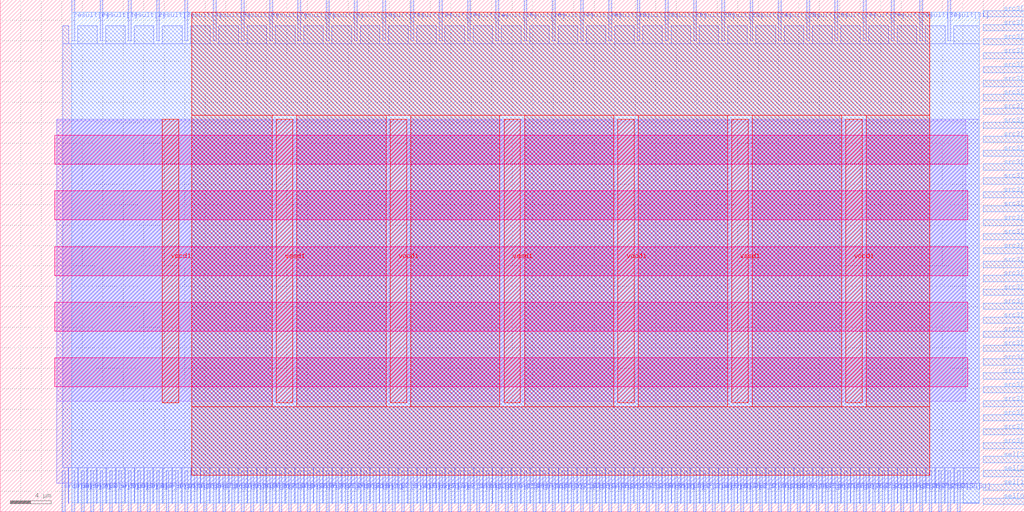
<source format=lef>
VERSION 5.7 ;
  NOWIREEXTENSIONATPIN ON ;
  DIVIDERCHAR "/" ;
  BUSBITCHARS "[]" ;
MACRO SEL_PRI_32x4
  CLASS BLOCK ;
  FOREIGN SEL_PRI_32x4 ;
  ORIGIN 0.000 0.000 ;
  SIZE 100.000 BY 50.000 ;
  PIN result[0]
    DIRECTION OUTPUT TRISTATE ;
    USE SIGNAL ;
    PORT
      LAYER met2 ;
        RECT 6.990 46.000 7.270 50.000 ;
    END
  END result[0]
  PIN result[10]
    DIRECTION OUTPUT TRISTATE ;
    USE SIGNAL ;
    PORT
      LAYER met2 ;
        RECT 34.590 46.000 34.870 50.000 ;
    END
  END result[10]
  PIN result[11]
    DIRECTION OUTPUT TRISTATE ;
    USE SIGNAL ;
    PORT
      LAYER met2 ;
        RECT 37.350 46.000 37.630 50.000 ;
    END
  END result[11]
  PIN result[12]
    DIRECTION OUTPUT TRISTATE ;
    USE SIGNAL ;
    PORT
      LAYER met2 ;
        RECT 40.110 46.000 40.390 50.000 ;
    END
  END result[12]
  PIN result[13]
    DIRECTION OUTPUT TRISTATE ;
    USE SIGNAL ;
    PORT
      LAYER met2 ;
        RECT 42.870 46.000 43.150 50.000 ;
    END
  END result[13]
  PIN result[14]
    DIRECTION OUTPUT TRISTATE ;
    USE SIGNAL ;
    PORT
      LAYER met2 ;
        RECT 45.630 46.000 45.910 50.000 ;
    END
  END result[14]
  PIN result[15]
    DIRECTION OUTPUT TRISTATE ;
    USE SIGNAL ;
    PORT
      LAYER met2 ;
        RECT 48.390 46.000 48.670 50.000 ;
    END
  END result[15]
  PIN result[16]
    DIRECTION OUTPUT TRISTATE ;
    USE SIGNAL ;
    PORT
      LAYER met2 ;
        RECT 51.150 46.000 51.430 50.000 ;
    END
  END result[16]
  PIN result[17]
    DIRECTION OUTPUT TRISTATE ;
    USE SIGNAL ;
    PORT
      LAYER met2 ;
        RECT 53.910 46.000 54.190 50.000 ;
    END
  END result[17]
  PIN result[18]
    DIRECTION OUTPUT TRISTATE ;
    USE SIGNAL ;
    PORT
      LAYER met2 ;
        RECT 56.670 46.000 56.950 50.000 ;
    END
  END result[18]
  PIN result[19]
    DIRECTION OUTPUT TRISTATE ;
    USE SIGNAL ;
    PORT
      LAYER met2 ;
        RECT 59.430 46.000 59.710 50.000 ;
    END
  END result[19]
  PIN result[1]
    DIRECTION OUTPUT TRISTATE ;
    USE SIGNAL ;
    PORT
      LAYER met2 ;
        RECT 9.750 46.000 10.030 50.000 ;
    END
  END result[1]
  PIN result[20]
    DIRECTION OUTPUT TRISTATE ;
    USE SIGNAL ;
    PORT
      LAYER met2 ;
        RECT 62.190 46.000 62.470 50.000 ;
    END
  END result[20]
  PIN result[21]
    DIRECTION OUTPUT TRISTATE ;
    USE SIGNAL ;
    PORT
      LAYER met2 ;
        RECT 64.950 46.000 65.230 50.000 ;
    END
  END result[21]
  PIN result[22]
    DIRECTION OUTPUT TRISTATE ;
    USE SIGNAL ;
    PORT
      LAYER met2 ;
        RECT 67.710 46.000 67.990 50.000 ;
    END
  END result[22]
  PIN result[23]
    DIRECTION OUTPUT TRISTATE ;
    USE SIGNAL ;
    PORT
      LAYER met2 ;
        RECT 70.470 46.000 70.750 50.000 ;
    END
  END result[23]
  PIN result[24]
    DIRECTION OUTPUT TRISTATE ;
    USE SIGNAL ;
    PORT
      LAYER met2 ;
        RECT 73.230 46.000 73.510 50.000 ;
    END
  END result[24]
  PIN result[25]
    DIRECTION OUTPUT TRISTATE ;
    USE SIGNAL ;
    PORT
      LAYER met2 ;
        RECT 75.990 46.000 76.270 50.000 ;
    END
  END result[25]
  PIN result[26]
    DIRECTION OUTPUT TRISTATE ;
    USE SIGNAL ;
    PORT
      LAYER met2 ;
        RECT 78.750 46.000 79.030 50.000 ;
    END
  END result[26]
  PIN result[27]
    DIRECTION OUTPUT TRISTATE ;
    USE SIGNAL ;
    PORT
      LAYER met2 ;
        RECT 81.510 46.000 81.790 50.000 ;
    END
  END result[27]
  PIN result[28]
    DIRECTION OUTPUT TRISTATE ;
    USE SIGNAL ;
    PORT
      LAYER met2 ;
        RECT 84.270 46.000 84.550 50.000 ;
    END
  END result[28]
  PIN result[29]
    DIRECTION OUTPUT TRISTATE ;
    USE SIGNAL ;
    PORT
      LAYER met2 ;
        RECT 87.030 46.000 87.310 50.000 ;
    END
  END result[29]
  PIN result[2]
    DIRECTION OUTPUT TRISTATE ;
    USE SIGNAL ;
    PORT
      LAYER met2 ;
        RECT 12.510 46.000 12.790 50.000 ;
    END
  END result[2]
  PIN result[30]
    DIRECTION OUTPUT TRISTATE ;
    USE SIGNAL ;
    PORT
      LAYER met2 ;
        RECT 89.790 46.000 90.070 50.000 ;
    END
  END result[30]
  PIN result[31]
    DIRECTION OUTPUT TRISTATE ;
    USE SIGNAL ;
    PORT
      LAYER met2 ;
        RECT 92.550 46.000 92.830 50.000 ;
    END
  END result[31]
  PIN result[3]
    DIRECTION OUTPUT TRISTATE ;
    USE SIGNAL ;
    PORT
      LAYER met2 ;
        RECT 15.270 46.000 15.550 50.000 ;
    END
  END result[3]
  PIN result[4]
    DIRECTION OUTPUT TRISTATE ;
    USE SIGNAL ;
    PORT
      LAYER met2 ;
        RECT 18.030 46.000 18.310 50.000 ;
    END
  END result[4]
  PIN result[5]
    DIRECTION OUTPUT TRISTATE ;
    USE SIGNAL ;
    PORT
      LAYER met2 ;
        RECT 20.790 46.000 21.070 50.000 ;
    END
  END result[5]
  PIN result[6]
    DIRECTION OUTPUT TRISTATE ;
    USE SIGNAL ;
    PORT
      LAYER met2 ;
        RECT 23.550 46.000 23.830 50.000 ;
    END
  END result[6]
  PIN result[7]
    DIRECTION OUTPUT TRISTATE ;
    USE SIGNAL ;
    PORT
      LAYER met2 ;
        RECT 26.310 46.000 26.590 50.000 ;
    END
  END result[7]
  PIN result[8]
    DIRECTION OUTPUT TRISTATE ;
    USE SIGNAL ;
    PORT
      LAYER met2 ;
        RECT 29.070 46.000 29.350 50.000 ;
    END
  END result[8]
  PIN result[9]
    DIRECTION OUTPUT TRISTATE ;
    USE SIGNAL ;
    PORT
      LAYER met2 ;
        RECT 31.830 46.000 32.110 50.000 ;
    END
  END result[9]
  PIN sel[0]
    DIRECTION INPUT ;
    USE SIGNAL ;
    PORT
      LAYER met3 ;
        RECT 96.000 0.720 100.000 1.320 ;
    END
  END sel[0]
  PIN sel[1]
    DIRECTION INPUT ;
    USE SIGNAL ;
    PORT
      LAYER met3 ;
        RECT 96.000 2.080 100.000 2.680 ;
    END
  END sel[1]
  PIN sel[2]
    DIRECTION INPUT ;
    USE SIGNAL ;
    PORT
      LAYER met3 ;
        RECT 96.000 3.440 100.000 4.040 ;
    END
  END sel[2]
  PIN sel[3]
    DIRECTION INPUT ;
    USE SIGNAL ;
    PORT
      LAYER met3 ;
        RECT 96.000 4.800 100.000 5.400 ;
    END
  END sel[3]
  PIN src0[0]
    DIRECTION INPUT ;
    USE SIGNAL ;
    PORT
      LAYER met2 ;
        RECT 6.070 0.000 6.350 4.000 ;
    END
  END src0[0]
  PIN src0[10]
    DIRECTION INPUT ;
    USE SIGNAL ;
    PORT
      LAYER met2 ;
        RECT 15.270 0.000 15.550 4.000 ;
    END
  END src0[10]
  PIN src0[11]
    DIRECTION INPUT ;
    USE SIGNAL ;
    PORT
      LAYER met2 ;
        RECT 16.190 0.000 16.470 4.000 ;
    END
  END src0[11]
  PIN src0[12]
    DIRECTION INPUT ;
    USE SIGNAL ;
    PORT
      LAYER met2 ;
        RECT 17.110 0.000 17.390 4.000 ;
    END
  END src0[12]
  PIN src0[13]
    DIRECTION INPUT ;
    USE SIGNAL ;
    PORT
      LAYER met2 ;
        RECT 18.030 0.000 18.310 4.000 ;
    END
  END src0[13]
  PIN src0[14]
    DIRECTION INPUT ;
    USE SIGNAL ;
    PORT
      LAYER met2 ;
        RECT 18.950 0.000 19.230 4.000 ;
    END
  END src0[14]
  PIN src0[15]
    DIRECTION INPUT ;
    USE SIGNAL ;
    PORT
      LAYER met2 ;
        RECT 19.870 0.000 20.150 4.000 ;
    END
  END src0[15]
  PIN src0[16]
    DIRECTION INPUT ;
    USE SIGNAL ;
    PORT
      LAYER met2 ;
        RECT 20.790 0.000 21.070 4.000 ;
    END
  END src0[16]
  PIN src0[17]
    DIRECTION INPUT ;
    USE SIGNAL ;
    PORT
      LAYER met2 ;
        RECT 21.710 0.000 21.990 4.000 ;
    END
  END src0[17]
  PIN src0[18]
    DIRECTION INPUT ;
    USE SIGNAL ;
    PORT
      LAYER met2 ;
        RECT 22.630 0.000 22.910 4.000 ;
    END
  END src0[18]
  PIN src0[19]
    DIRECTION INPUT ;
    USE SIGNAL ;
    PORT
      LAYER met2 ;
        RECT 23.550 0.000 23.830 4.000 ;
    END
  END src0[19]
  PIN src0[1]
    DIRECTION INPUT ;
    USE SIGNAL ;
    PORT
      LAYER met2 ;
        RECT 6.990 0.000 7.270 4.000 ;
    END
  END src0[1]
  PIN src0[20]
    DIRECTION INPUT ;
    USE SIGNAL ;
    PORT
      LAYER met2 ;
        RECT 24.470 0.000 24.750 4.000 ;
    END
  END src0[20]
  PIN src0[21]
    DIRECTION INPUT ;
    USE SIGNAL ;
    PORT
      LAYER met2 ;
        RECT 25.390 0.000 25.670 4.000 ;
    END
  END src0[21]
  PIN src0[22]
    DIRECTION INPUT ;
    USE SIGNAL ;
    PORT
      LAYER met2 ;
        RECT 26.310 0.000 26.590 4.000 ;
    END
  END src0[22]
  PIN src0[23]
    DIRECTION INPUT ;
    USE SIGNAL ;
    PORT
      LAYER met2 ;
        RECT 27.230 0.000 27.510 4.000 ;
    END
  END src0[23]
  PIN src0[24]
    DIRECTION INPUT ;
    USE SIGNAL ;
    PORT
      LAYER met2 ;
        RECT 28.150 0.000 28.430 4.000 ;
    END
  END src0[24]
  PIN src0[25]
    DIRECTION INPUT ;
    USE SIGNAL ;
    PORT
      LAYER met2 ;
        RECT 29.070 0.000 29.350 4.000 ;
    END
  END src0[25]
  PIN src0[26]
    DIRECTION INPUT ;
    USE SIGNAL ;
    PORT
      LAYER met2 ;
        RECT 29.990 0.000 30.270 4.000 ;
    END
  END src0[26]
  PIN src0[27]
    DIRECTION INPUT ;
    USE SIGNAL ;
    PORT
      LAYER met2 ;
        RECT 30.910 0.000 31.190 4.000 ;
    END
  END src0[27]
  PIN src0[28]
    DIRECTION INPUT ;
    USE SIGNAL ;
    PORT
      LAYER met2 ;
        RECT 31.830 0.000 32.110 4.000 ;
    END
  END src0[28]
  PIN src0[29]
    DIRECTION INPUT ;
    USE SIGNAL ;
    PORT
      LAYER met2 ;
        RECT 32.750 0.000 33.030 4.000 ;
    END
  END src0[29]
  PIN src0[2]
    DIRECTION INPUT ;
    USE SIGNAL ;
    PORT
      LAYER met2 ;
        RECT 7.910 0.000 8.190 4.000 ;
    END
  END src0[2]
  PIN src0[30]
    DIRECTION INPUT ;
    USE SIGNAL ;
    PORT
      LAYER met2 ;
        RECT 33.670 0.000 33.950 4.000 ;
    END
  END src0[30]
  PIN src0[31]
    DIRECTION INPUT ;
    USE SIGNAL ;
    PORT
      LAYER met2 ;
        RECT 34.590 0.000 34.870 4.000 ;
    END
  END src0[31]
  PIN src0[3]
    DIRECTION INPUT ;
    USE SIGNAL ;
    PORT
      LAYER met2 ;
        RECT 8.830 0.000 9.110 4.000 ;
    END
  END src0[3]
  PIN src0[4]
    DIRECTION INPUT ;
    USE SIGNAL ;
    PORT
      LAYER met2 ;
        RECT 9.750 0.000 10.030 4.000 ;
    END
  END src0[4]
  PIN src0[5]
    DIRECTION INPUT ;
    USE SIGNAL ;
    PORT
      LAYER met2 ;
        RECT 10.670 0.000 10.950 4.000 ;
    END
  END src0[5]
  PIN src0[6]
    DIRECTION INPUT ;
    USE SIGNAL ;
    PORT
      LAYER met2 ;
        RECT 11.590 0.000 11.870 4.000 ;
    END
  END src0[6]
  PIN src0[7]
    DIRECTION INPUT ;
    USE SIGNAL ;
    PORT
      LAYER met2 ;
        RECT 12.510 0.000 12.790 4.000 ;
    END
  END src0[7]
  PIN src0[8]
    DIRECTION INPUT ;
    USE SIGNAL ;
    PORT
      LAYER met2 ;
        RECT 13.430 0.000 13.710 4.000 ;
    END
  END src0[8]
  PIN src0[9]
    DIRECTION INPUT ;
    USE SIGNAL ;
    PORT
      LAYER met2 ;
        RECT 14.350 0.000 14.630 4.000 ;
    END
  END src0[9]
  PIN src1[0]
    DIRECTION INPUT ;
    USE SIGNAL ;
    PORT
      LAYER met2 ;
        RECT 35.510 0.000 35.790 4.000 ;
    END
  END src1[0]
  PIN src1[10]
    DIRECTION INPUT ;
    USE SIGNAL ;
    PORT
      LAYER met2 ;
        RECT 44.710 0.000 44.990 4.000 ;
    END
  END src1[10]
  PIN src1[11]
    DIRECTION INPUT ;
    USE SIGNAL ;
    PORT
      LAYER met2 ;
        RECT 45.630 0.000 45.910 4.000 ;
    END
  END src1[11]
  PIN src1[12]
    DIRECTION INPUT ;
    USE SIGNAL ;
    PORT
      LAYER met2 ;
        RECT 46.550 0.000 46.830 4.000 ;
    END
  END src1[12]
  PIN src1[13]
    DIRECTION INPUT ;
    USE SIGNAL ;
    PORT
      LAYER met2 ;
        RECT 47.470 0.000 47.750 4.000 ;
    END
  END src1[13]
  PIN src1[14]
    DIRECTION INPUT ;
    USE SIGNAL ;
    PORT
      LAYER met2 ;
        RECT 48.390 0.000 48.670 4.000 ;
    END
  END src1[14]
  PIN src1[15]
    DIRECTION INPUT ;
    USE SIGNAL ;
    PORT
      LAYER met2 ;
        RECT 49.310 0.000 49.590 4.000 ;
    END
  END src1[15]
  PIN src1[16]
    DIRECTION INPUT ;
    USE SIGNAL ;
    PORT
      LAYER met2 ;
        RECT 50.230 0.000 50.510 4.000 ;
    END
  END src1[16]
  PIN src1[17]
    DIRECTION INPUT ;
    USE SIGNAL ;
    PORT
      LAYER met2 ;
        RECT 51.150 0.000 51.430 4.000 ;
    END
  END src1[17]
  PIN src1[18]
    DIRECTION INPUT ;
    USE SIGNAL ;
    PORT
      LAYER met2 ;
        RECT 52.070 0.000 52.350 4.000 ;
    END
  END src1[18]
  PIN src1[19]
    DIRECTION INPUT ;
    USE SIGNAL ;
    PORT
      LAYER met2 ;
        RECT 52.990 0.000 53.270 4.000 ;
    END
  END src1[19]
  PIN src1[1]
    DIRECTION INPUT ;
    USE SIGNAL ;
    PORT
      LAYER met2 ;
        RECT 36.430 0.000 36.710 4.000 ;
    END
  END src1[1]
  PIN src1[20]
    DIRECTION INPUT ;
    USE SIGNAL ;
    PORT
      LAYER met2 ;
        RECT 53.910 0.000 54.190 4.000 ;
    END
  END src1[20]
  PIN src1[21]
    DIRECTION INPUT ;
    USE SIGNAL ;
    PORT
      LAYER met2 ;
        RECT 54.830 0.000 55.110 4.000 ;
    END
  END src1[21]
  PIN src1[22]
    DIRECTION INPUT ;
    USE SIGNAL ;
    PORT
      LAYER met2 ;
        RECT 55.750 0.000 56.030 4.000 ;
    END
  END src1[22]
  PIN src1[23]
    DIRECTION INPUT ;
    USE SIGNAL ;
    PORT
      LAYER met2 ;
        RECT 56.670 0.000 56.950 4.000 ;
    END
  END src1[23]
  PIN src1[24]
    DIRECTION INPUT ;
    USE SIGNAL ;
    PORT
      LAYER met2 ;
        RECT 57.590 0.000 57.870 4.000 ;
    END
  END src1[24]
  PIN src1[25]
    DIRECTION INPUT ;
    USE SIGNAL ;
    PORT
      LAYER met2 ;
        RECT 58.510 0.000 58.790 4.000 ;
    END
  END src1[25]
  PIN src1[26]
    DIRECTION INPUT ;
    USE SIGNAL ;
    PORT
      LAYER met2 ;
        RECT 59.430 0.000 59.710 4.000 ;
    END
  END src1[26]
  PIN src1[27]
    DIRECTION INPUT ;
    USE SIGNAL ;
    PORT
      LAYER met2 ;
        RECT 60.350 0.000 60.630 4.000 ;
    END
  END src1[27]
  PIN src1[28]
    DIRECTION INPUT ;
    USE SIGNAL ;
    PORT
      LAYER met2 ;
        RECT 61.270 0.000 61.550 4.000 ;
    END
  END src1[28]
  PIN src1[29]
    DIRECTION INPUT ;
    USE SIGNAL ;
    PORT
      LAYER met2 ;
        RECT 62.190 0.000 62.470 4.000 ;
    END
  END src1[29]
  PIN src1[2]
    DIRECTION INPUT ;
    USE SIGNAL ;
    PORT
      LAYER met2 ;
        RECT 37.350 0.000 37.630 4.000 ;
    END
  END src1[2]
  PIN src1[30]
    DIRECTION INPUT ;
    USE SIGNAL ;
    PORT
      LAYER met2 ;
        RECT 63.110 0.000 63.390 4.000 ;
    END
  END src1[30]
  PIN src1[31]
    DIRECTION INPUT ;
    USE SIGNAL ;
    PORT
      LAYER met2 ;
        RECT 64.030 0.000 64.310 4.000 ;
    END
  END src1[31]
  PIN src1[3]
    DIRECTION INPUT ;
    USE SIGNAL ;
    PORT
      LAYER met2 ;
        RECT 38.270 0.000 38.550 4.000 ;
    END
  END src1[3]
  PIN src1[4]
    DIRECTION INPUT ;
    USE SIGNAL ;
    PORT
      LAYER met2 ;
        RECT 39.190 0.000 39.470 4.000 ;
    END
  END src1[4]
  PIN src1[5]
    DIRECTION INPUT ;
    USE SIGNAL ;
    PORT
      LAYER met2 ;
        RECT 40.110 0.000 40.390 4.000 ;
    END
  END src1[5]
  PIN src1[6]
    DIRECTION INPUT ;
    USE SIGNAL ;
    PORT
      LAYER met2 ;
        RECT 41.030 0.000 41.310 4.000 ;
    END
  END src1[6]
  PIN src1[7]
    DIRECTION INPUT ;
    USE SIGNAL ;
    PORT
      LAYER met2 ;
        RECT 41.950 0.000 42.230 4.000 ;
    END
  END src1[7]
  PIN src1[8]
    DIRECTION INPUT ;
    USE SIGNAL ;
    PORT
      LAYER met2 ;
        RECT 42.870 0.000 43.150 4.000 ;
    END
  END src1[8]
  PIN src1[9]
    DIRECTION INPUT ;
    USE SIGNAL ;
    PORT
      LAYER met2 ;
        RECT 43.790 0.000 44.070 4.000 ;
    END
  END src1[9]
  PIN src2[0]
    DIRECTION INPUT ;
    USE SIGNAL ;
    PORT
      LAYER met2 ;
        RECT 64.950 0.000 65.230 4.000 ;
    END
  END src2[0]
  PIN src2[10]
    DIRECTION INPUT ;
    USE SIGNAL ;
    PORT
      LAYER met2 ;
        RECT 74.150 0.000 74.430 4.000 ;
    END
  END src2[10]
  PIN src2[11]
    DIRECTION INPUT ;
    USE SIGNAL ;
    PORT
      LAYER met2 ;
        RECT 75.070 0.000 75.350 4.000 ;
    END
  END src2[11]
  PIN src2[12]
    DIRECTION INPUT ;
    USE SIGNAL ;
    PORT
      LAYER met2 ;
        RECT 75.990 0.000 76.270 4.000 ;
    END
  END src2[12]
  PIN src2[13]
    DIRECTION INPUT ;
    USE SIGNAL ;
    PORT
      LAYER met2 ;
        RECT 76.910 0.000 77.190 4.000 ;
    END
  END src2[13]
  PIN src2[14]
    DIRECTION INPUT ;
    USE SIGNAL ;
    PORT
      LAYER met2 ;
        RECT 77.830 0.000 78.110 4.000 ;
    END
  END src2[14]
  PIN src2[15]
    DIRECTION INPUT ;
    USE SIGNAL ;
    PORT
      LAYER met2 ;
        RECT 78.750 0.000 79.030 4.000 ;
    END
  END src2[15]
  PIN src2[16]
    DIRECTION INPUT ;
    USE SIGNAL ;
    PORT
      LAYER met2 ;
        RECT 79.670 0.000 79.950 4.000 ;
    END
  END src2[16]
  PIN src2[17]
    DIRECTION INPUT ;
    USE SIGNAL ;
    PORT
      LAYER met2 ;
        RECT 80.590 0.000 80.870 4.000 ;
    END
  END src2[17]
  PIN src2[18]
    DIRECTION INPUT ;
    USE SIGNAL ;
    PORT
      LAYER met2 ;
        RECT 81.510 0.000 81.790 4.000 ;
    END
  END src2[18]
  PIN src2[19]
    DIRECTION INPUT ;
    USE SIGNAL ;
    PORT
      LAYER met2 ;
        RECT 82.430 0.000 82.710 4.000 ;
    END
  END src2[19]
  PIN src2[1]
    DIRECTION INPUT ;
    USE SIGNAL ;
    PORT
      LAYER met2 ;
        RECT 65.870 0.000 66.150 4.000 ;
    END
  END src2[1]
  PIN src2[20]
    DIRECTION INPUT ;
    USE SIGNAL ;
    PORT
      LAYER met2 ;
        RECT 83.350 0.000 83.630 4.000 ;
    END
  END src2[20]
  PIN src2[21]
    DIRECTION INPUT ;
    USE SIGNAL ;
    PORT
      LAYER met2 ;
        RECT 84.270 0.000 84.550 4.000 ;
    END
  END src2[21]
  PIN src2[22]
    DIRECTION INPUT ;
    USE SIGNAL ;
    PORT
      LAYER met2 ;
        RECT 85.190 0.000 85.470 4.000 ;
    END
  END src2[22]
  PIN src2[23]
    DIRECTION INPUT ;
    USE SIGNAL ;
    PORT
      LAYER met2 ;
        RECT 86.110 0.000 86.390 4.000 ;
    END
  END src2[23]
  PIN src2[24]
    DIRECTION INPUT ;
    USE SIGNAL ;
    PORT
      LAYER met2 ;
        RECT 87.030 0.000 87.310 4.000 ;
    END
  END src2[24]
  PIN src2[25]
    DIRECTION INPUT ;
    USE SIGNAL ;
    PORT
      LAYER met2 ;
        RECT 87.950 0.000 88.230 4.000 ;
    END
  END src2[25]
  PIN src2[26]
    DIRECTION INPUT ;
    USE SIGNAL ;
    PORT
      LAYER met2 ;
        RECT 88.870 0.000 89.150 4.000 ;
    END
  END src2[26]
  PIN src2[27]
    DIRECTION INPUT ;
    USE SIGNAL ;
    PORT
      LAYER met2 ;
        RECT 89.790 0.000 90.070 4.000 ;
    END
  END src2[27]
  PIN src2[28]
    DIRECTION INPUT ;
    USE SIGNAL ;
    PORT
      LAYER met2 ;
        RECT 90.710 0.000 90.990 4.000 ;
    END
  END src2[28]
  PIN src2[29]
    DIRECTION INPUT ;
    USE SIGNAL ;
    PORT
      LAYER met2 ;
        RECT 91.630 0.000 91.910 4.000 ;
    END
  END src2[29]
  PIN src2[2]
    DIRECTION INPUT ;
    USE SIGNAL ;
    PORT
      LAYER met2 ;
        RECT 66.790 0.000 67.070 4.000 ;
    END
  END src2[2]
  PIN src2[30]
    DIRECTION INPUT ;
    USE SIGNAL ;
    PORT
      LAYER met2 ;
        RECT 92.550 0.000 92.830 4.000 ;
    END
  END src2[30]
  PIN src2[31]
    DIRECTION INPUT ;
    USE SIGNAL ;
    PORT
      LAYER met2 ;
        RECT 93.470 0.000 93.750 4.000 ;
    END
  END src2[31]
  PIN src2[3]
    DIRECTION INPUT ;
    USE SIGNAL ;
    PORT
      LAYER met2 ;
        RECT 67.710 0.000 67.990 4.000 ;
    END
  END src2[3]
  PIN src2[4]
    DIRECTION INPUT ;
    USE SIGNAL ;
    PORT
      LAYER met2 ;
        RECT 68.630 0.000 68.910 4.000 ;
    END
  END src2[4]
  PIN src2[5]
    DIRECTION INPUT ;
    USE SIGNAL ;
    PORT
      LAYER met2 ;
        RECT 69.550 0.000 69.830 4.000 ;
    END
  END src2[5]
  PIN src2[6]
    DIRECTION INPUT ;
    USE SIGNAL ;
    PORT
      LAYER met2 ;
        RECT 70.470 0.000 70.750 4.000 ;
    END
  END src2[6]
  PIN src2[7]
    DIRECTION INPUT ;
    USE SIGNAL ;
    PORT
      LAYER met2 ;
        RECT 71.390 0.000 71.670 4.000 ;
    END
  END src2[7]
  PIN src2[8]
    DIRECTION INPUT ;
    USE SIGNAL ;
    PORT
      LAYER met2 ;
        RECT 72.310 0.000 72.590 4.000 ;
    END
  END src2[8]
  PIN src2[9]
    DIRECTION INPUT ;
    USE SIGNAL ;
    PORT
      LAYER met2 ;
        RECT 73.230 0.000 73.510 4.000 ;
    END
  END src2[9]
  PIN src3[0]
    DIRECTION INPUT ;
    USE SIGNAL ;
    PORT
      LAYER met3 ;
        RECT 96.000 6.160 100.000 6.760 ;
    END
  END src3[0]
  PIN src3[10]
    DIRECTION INPUT ;
    USE SIGNAL ;
    PORT
      LAYER met3 ;
        RECT 96.000 19.760 100.000 20.360 ;
    END
  END src3[10]
  PIN src3[11]
    DIRECTION INPUT ;
    USE SIGNAL ;
    PORT
      LAYER met3 ;
        RECT 96.000 21.120 100.000 21.720 ;
    END
  END src3[11]
  PIN src3[12]
    DIRECTION INPUT ;
    USE SIGNAL ;
    PORT
      LAYER met3 ;
        RECT 96.000 22.480 100.000 23.080 ;
    END
  END src3[12]
  PIN src3[13]
    DIRECTION INPUT ;
    USE SIGNAL ;
    PORT
      LAYER met3 ;
        RECT 96.000 23.840 100.000 24.440 ;
    END
  END src3[13]
  PIN src3[14]
    DIRECTION INPUT ;
    USE SIGNAL ;
    PORT
      LAYER met3 ;
        RECT 96.000 25.200 100.000 25.800 ;
    END
  END src3[14]
  PIN src3[15]
    DIRECTION INPUT ;
    USE SIGNAL ;
    PORT
      LAYER met3 ;
        RECT 96.000 26.560 100.000 27.160 ;
    END
  END src3[15]
  PIN src3[16]
    DIRECTION INPUT ;
    USE SIGNAL ;
    PORT
      LAYER met3 ;
        RECT 96.000 27.920 100.000 28.520 ;
    END
  END src3[16]
  PIN src3[17]
    DIRECTION INPUT ;
    USE SIGNAL ;
    PORT
      LAYER met3 ;
        RECT 96.000 29.280 100.000 29.880 ;
    END
  END src3[17]
  PIN src3[18]
    DIRECTION INPUT ;
    USE SIGNAL ;
    PORT
      LAYER met3 ;
        RECT 96.000 30.640 100.000 31.240 ;
    END
  END src3[18]
  PIN src3[19]
    DIRECTION INPUT ;
    USE SIGNAL ;
    PORT
      LAYER met3 ;
        RECT 96.000 32.000 100.000 32.600 ;
    END
  END src3[19]
  PIN src3[1]
    DIRECTION INPUT ;
    USE SIGNAL ;
    PORT
      LAYER met3 ;
        RECT 96.000 7.520 100.000 8.120 ;
    END
  END src3[1]
  PIN src3[20]
    DIRECTION INPUT ;
    USE SIGNAL ;
    PORT
      LAYER met3 ;
        RECT 96.000 33.360 100.000 33.960 ;
    END
  END src3[20]
  PIN src3[21]
    DIRECTION INPUT ;
    USE SIGNAL ;
    PORT
      LAYER met3 ;
        RECT 96.000 34.720 100.000 35.320 ;
    END
  END src3[21]
  PIN src3[22]
    DIRECTION INPUT ;
    USE SIGNAL ;
    PORT
      LAYER met3 ;
        RECT 96.000 36.080 100.000 36.680 ;
    END
  END src3[22]
  PIN src3[23]
    DIRECTION INPUT ;
    USE SIGNAL ;
    PORT
      LAYER met3 ;
        RECT 96.000 37.440 100.000 38.040 ;
    END
  END src3[23]
  PIN src3[24]
    DIRECTION INPUT ;
    USE SIGNAL ;
    PORT
      LAYER met3 ;
        RECT 96.000 38.800 100.000 39.400 ;
    END
  END src3[24]
  PIN src3[25]
    DIRECTION INPUT ;
    USE SIGNAL ;
    PORT
      LAYER met3 ;
        RECT 96.000 40.160 100.000 40.760 ;
    END
  END src3[25]
  PIN src3[26]
    DIRECTION INPUT ;
    USE SIGNAL ;
    PORT
      LAYER met3 ;
        RECT 96.000 41.520 100.000 42.120 ;
    END
  END src3[26]
  PIN src3[27]
    DIRECTION INPUT ;
    USE SIGNAL ;
    PORT
      LAYER met3 ;
        RECT 96.000 42.880 100.000 43.480 ;
    END
  END src3[27]
  PIN src3[28]
    DIRECTION INPUT ;
    USE SIGNAL ;
    PORT
      LAYER met3 ;
        RECT 96.000 44.240 100.000 44.840 ;
    END
  END src3[28]
  PIN src3[29]
    DIRECTION INPUT ;
    USE SIGNAL ;
    PORT
      LAYER met3 ;
        RECT 96.000 45.600 100.000 46.200 ;
    END
  END src3[29]
  PIN src3[2]
    DIRECTION INPUT ;
    USE SIGNAL ;
    PORT
      LAYER met3 ;
        RECT 96.000 8.880 100.000 9.480 ;
    END
  END src3[2]
  PIN src3[30]
    DIRECTION INPUT ;
    USE SIGNAL ;
    PORT
      LAYER met3 ;
        RECT 96.000 46.960 100.000 47.560 ;
    END
  END src3[30]
  PIN src3[31]
    DIRECTION INPUT ;
    USE SIGNAL ;
    PORT
      LAYER met3 ;
        RECT 96.000 48.320 100.000 48.920 ;
    END
  END src3[31]
  PIN src3[3]
    DIRECTION INPUT ;
    USE SIGNAL ;
    PORT
      LAYER met3 ;
        RECT 96.000 10.240 100.000 10.840 ;
    END
  END src3[3]
  PIN src3[4]
    DIRECTION INPUT ;
    USE SIGNAL ;
    PORT
      LAYER met3 ;
        RECT 96.000 11.600 100.000 12.200 ;
    END
  END src3[4]
  PIN src3[5]
    DIRECTION INPUT ;
    USE SIGNAL ;
    PORT
      LAYER met3 ;
        RECT 96.000 12.960 100.000 13.560 ;
    END
  END src3[5]
  PIN src3[6]
    DIRECTION INPUT ;
    USE SIGNAL ;
    PORT
      LAYER met3 ;
        RECT 96.000 14.320 100.000 14.920 ;
    END
  END src3[6]
  PIN src3[7]
    DIRECTION INPUT ;
    USE SIGNAL ;
    PORT
      LAYER met3 ;
        RECT 96.000 15.680 100.000 16.280 ;
    END
  END src3[7]
  PIN src3[8]
    DIRECTION INPUT ;
    USE SIGNAL ;
    PORT
      LAYER met3 ;
        RECT 96.000 17.040 100.000 17.640 ;
    END
  END src3[8]
  PIN src3[9]
    DIRECTION INPUT ;
    USE SIGNAL ;
    PORT
      LAYER met3 ;
        RECT 96.000 18.400 100.000 19.000 ;
    END
  END src3[9]
  PIN vccd1
    DIRECTION INOUT ;
    USE POWER ;
    PORT
      LAYER met4 ;
        RECT 15.840 10.640 17.440 38.320 ;
    END
    PORT
      LAYER met4 ;
        RECT 38.080 10.640 39.680 38.320 ;
    END
    PORT
      LAYER met4 ;
        RECT 60.320 10.640 61.920 38.320 ;
    END
    PORT
      LAYER met4 ;
        RECT 82.560 10.640 84.160 38.320 ;
    END
  END vccd1
  PIN vssd1
    DIRECTION INOUT ;
    USE GROUND ;
    PORT
      LAYER met4 ;
        RECT 26.960 10.640 28.560 38.320 ;
    END
    PORT
      LAYER met4 ;
        RECT 49.200 10.640 50.800 38.320 ;
    END
    PORT
      LAYER met4 ;
        RECT 71.440 10.640 73.040 38.320 ;
    END
  END vssd1
  OBS
      LAYER nwell ;
        RECT 5.330 33.945 94.490 36.775 ;
        RECT 5.330 28.505 94.490 31.335 ;
        RECT 5.330 23.065 94.490 25.895 ;
        RECT 5.330 17.625 94.490 20.455 ;
        RECT 5.330 12.185 94.490 15.015 ;
      LAYER li1 ;
        RECT 5.520 10.795 94.300 38.165 ;
      LAYER met1 ;
        RECT 5.520 2.760 95.610 38.320 ;
      LAYER met2 ;
        RECT 6.080 45.720 6.710 47.445 ;
        RECT 7.550 45.720 9.470 47.445 ;
        RECT 10.310 45.720 12.230 47.445 ;
        RECT 13.070 45.720 14.990 47.445 ;
        RECT 15.830 45.720 17.750 47.445 ;
        RECT 18.590 45.720 20.510 47.445 ;
        RECT 21.350 45.720 23.270 47.445 ;
        RECT 24.110 45.720 26.030 47.445 ;
        RECT 26.870 45.720 28.790 47.445 ;
        RECT 29.630 45.720 31.550 47.445 ;
        RECT 32.390 45.720 34.310 47.445 ;
        RECT 35.150 45.720 37.070 47.445 ;
        RECT 37.910 45.720 39.830 47.445 ;
        RECT 40.670 45.720 42.590 47.445 ;
        RECT 43.430 45.720 45.350 47.445 ;
        RECT 46.190 45.720 48.110 47.445 ;
        RECT 48.950 45.720 50.870 47.445 ;
        RECT 51.710 45.720 53.630 47.445 ;
        RECT 54.470 45.720 56.390 47.445 ;
        RECT 57.230 45.720 59.150 47.445 ;
        RECT 59.990 45.720 61.910 47.445 ;
        RECT 62.750 45.720 64.670 47.445 ;
        RECT 65.510 45.720 67.430 47.445 ;
        RECT 68.270 45.720 70.190 47.445 ;
        RECT 71.030 45.720 72.950 47.445 ;
        RECT 73.790 45.720 75.710 47.445 ;
        RECT 76.550 45.720 78.470 47.445 ;
        RECT 79.310 45.720 81.230 47.445 ;
        RECT 82.070 45.720 83.990 47.445 ;
        RECT 84.830 45.720 86.750 47.445 ;
        RECT 87.590 45.720 89.510 47.445 ;
        RECT 90.350 45.720 92.270 47.445 ;
        RECT 93.110 45.720 95.590 47.445 ;
        RECT 6.080 4.280 95.590 45.720 ;
        RECT 6.630 0.835 6.710 4.280 ;
        RECT 7.550 0.835 7.630 4.280 ;
        RECT 8.470 0.835 8.550 4.280 ;
        RECT 9.390 0.835 9.470 4.280 ;
        RECT 10.310 0.835 10.390 4.280 ;
        RECT 11.230 0.835 11.310 4.280 ;
        RECT 12.150 0.835 12.230 4.280 ;
        RECT 13.070 0.835 13.150 4.280 ;
        RECT 13.990 0.835 14.070 4.280 ;
        RECT 14.910 0.835 14.990 4.280 ;
        RECT 15.830 0.835 15.910 4.280 ;
        RECT 16.750 0.835 16.830 4.280 ;
        RECT 17.670 0.835 17.750 4.280 ;
        RECT 18.590 0.835 18.670 4.280 ;
        RECT 19.510 0.835 19.590 4.280 ;
        RECT 20.430 0.835 20.510 4.280 ;
        RECT 21.350 0.835 21.430 4.280 ;
        RECT 22.270 0.835 22.350 4.280 ;
        RECT 23.190 0.835 23.270 4.280 ;
        RECT 24.110 0.835 24.190 4.280 ;
        RECT 25.030 0.835 25.110 4.280 ;
        RECT 25.950 0.835 26.030 4.280 ;
        RECT 26.870 0.835 26.950 4.280 ;
        RECT 27.790 0.835 27.870 4.280 ;
        RECT 28.710 0.835 28.790 4.280 ;
        RECT 29.630 0.835 29.710 4.280 ;
        RECT 30.550 0.835 30.630 4.280 ;
        RECT 31.470 0.835 31.550 4.280 ;
        RECT 32.390 0.835 32.470 4.280 ;
        RECT 33.310 0.835 33.390 4.280 ;
        RECT 34.230 0.835 34.310 4.280 ;
        RECT 35.150 0.835 35.230 4.280 ;
        RECT 36.070 0.835 36.150 4.280 ;
        RECT 36.990 0.835 37.070 4.280 ;
        RECT 37.910 0.835 37.990 4.280 ;
        RECT 38.830 0.835 38.910 4.280 ;
        RECT 39.750 0.835 39.830 4.280 ;
        RECT 40.670 0.835 40.750 4.280 ;
        RECT 41.590 0.835 41.670 4.280 ;
        RECT 42.510 0.835 42.590 4.280 ;
        RECT 43.430 0.835 43.510 4.280 ;
        RECT 44.350 0.835 44.430 4.280 ;
        RECT 45.270 0.835 45.350 4.280 ;
        RECT 46.190 0.835 46.270 4.280 ;
        RECT 47.110 0.835 47.190 4.280 ;
        RECT 48.030 0.835 48.110 4.280 ;
        RECT 48.950 0.835 49.030 4.280 ;
        RECT 49.870 0.835 49.950 4.280 ;
        RECT 50.790 0.835 50.870 4.280 ;
        RECT 51.710 0.835 51.790 4.280 ;
        RECT 52.630 0.835 52.710 4.280 ;
        RECT 53.550 0.835 53.630 4.280 ;
        RECT 54.470 0.835 54.550 4.280 ;
        RECT 55.390 0.835 55.470 4.280 ;
        RECT 56.310 0.835 56.390 4.280 ;
        RECT 57.230 0.835 57.310 4.280 ;
        RECT 58.150 0.835 58.230 4.280 ;
        RECT 59.070 0.835 59.150 4.280 ;
        RECT 59.990 0.835 60.070 4.280 ;
        RECT 60.910 0.835 60.990 4.280 ;
        RECT 61.830 0.835 61.910 4.280 ;
        RECT 62.750 0.835 62.830 4.280 ;
        RECT 63.670 0.835 63.750 4.280 ;
        RECT 64.590 0.835 64.670 4.280 ;
        RECT 65.510 0.835 65.590 4.280 ;
        RECT 66.430 0.835 66.510 4.280 ;
        RECT 67.350 0.835 67.430 4.280 ;
        RECT 68.270 0.835 68.350 4.280 ;
        RECT 69.190 0.835 69.270 4.280 ;
        RECT 70.110 0.835 70.190 4.280 ;
        RECT 71.030 0.835 71.110 4.280 ;
        RECT 71.950 0.835 72.030 4.280 ;
        RECT 72.870 0.835 72.950 4.280 ;
        RECT 73.790 0.835 73.870 4.280 ;
        RECT 74.710 0.835 74.790 4.280 ;
        RECT 75.630 0.835 75.710 4.280 ;
        RECT 76.550 0.835 76.630 4.280 ;
        RECT 77.470 0.835 77.550 4.280 ;
        RECT 78.390 0.835 78.470 4.280 ;
        RECT 79.310 0.835 79.390 4.280 ;
        RECT 80.230 0.835 80.310 4.280 ;
        RECT 81.150 0.835 81.230 4.280 ;
        RECT 82.070 0.835 82.150 4.280 ;
        RECT 82.990 0.835 83.070 4.280 ;
        RECT 83.910 0.835 83.990 4.280 ;
        RECT 84.830 0.835 84.910 4.280 ;
        RECT 85.750 0.835 85.830 4.280 ;
        RECT 86.670 0.835 86.750 4.280 ;
        RECT 87.590 0.835 87.670 4.280 ;
        RECT 88.510 0.835 88.590 4.280 ;
        RECT 89.430 0.835 89.510 4.280 ;
        RECT 90.350 0.835 90.430 4.280 ;
        RECT 91.270 0.835 91.350 4.280 ;
        RECT 92.190 0.835 92.270 4.280 ;
        RECT 93.110 0.835 93.190 4.280 ;
        RECT 94.030 0.835 95.590 4.280 ;
      LAYER met3 ;
        RECT 6.965 0.855 95.600 48.780 ;
      LAYER met4 ;
        RECT 18.695 38.720 90.785 48.785 ;
        RECT 18.695 10.240 26.560 38.720 ;
        RECT 28.960 10.240 37.680 38.720 ;
        RECT 40.080 10.240 48.800 38.720 ;
        RECT 51.200 10.240 59.920 38.720 ;
        RECT 62.320 10.240 71.040 38.720 ;
        RECT 73.440 10.240 82.160 38.720 ;
        RECT 84.560 10.240 90.785 38.720 ;
        RECT 18.695 3.575 90.785 10.240 ;
  END
END SEL_PRI_32x4
END LIBRARY


</source>
